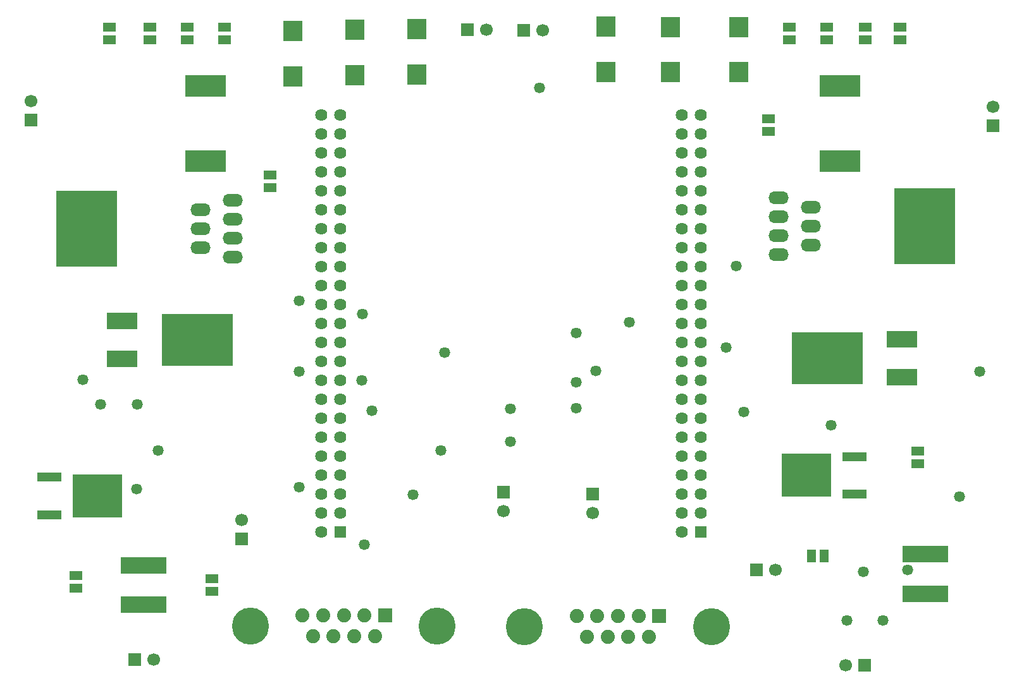
<source format=gbs>
%FSLAX44Y44*%
%MOMM*%
G71*
G01*
G75*
G04 Layer_Color=16711935*
%ADD10O,1.9500X0.6000*%
%ADD11R,1.5000X1.0000*%
%ADD12R,1.0000X1.5000*%
%ADD13R,0.8000X1.2000*%
%ADD14R,1.2000X0.6000*%
%ADD15R,2.2000X1.2000*%
%ADD16R,3.0500X1.1000*%
%ADD17R,6.5000X5.5500*%
%ADD18R,1.1000X3.0500*%
%ADD19R,5.5500X6.5000*%
%ADD20R,1.1000X1.3500*%
%ADD21R,1.3500X1.1000*%
%ADD22R,1.2500X1.4500*%
%ADD23R,1.4500X1.2500*%
%ADD24R,1.5000X1.2000*%
%ADD25R,1.5000X1.0000*%
%ADD26C,1.0000*%
%ADD27C,0.6000*%
%ADD28C,1.5000*%
%ADD29C,0.8000*%
%ADD30C,0.4000*%
%ADD31C,0.3000*%
%ADD32C,0.2000*%
%ADD33R,1.5000X1.5000*%
%ADD34C,1.5000*%
%ADD35R,1.5000X1.5000*%
%ADD36R,1.5240X1.5240*%
%ADD37C,1.5240*%
%ADD38C,4.7600*%
%ADD39R,1.6900X1.6900*%
%ADD40C,1.6900*%
%ADD41O,2.5000X1.5000*%
%ADD42C,0.7000*%
%ADD43C,1.2700*%
%ADD44R,5.3000X2.8000*%
%ADD45R,6.0000X2.1000*%
%ADD46R,3.9500X2.0500*%
%ADD47R,9.4000X6.8000*%
%ADD48R,2.4500X2.5500*%
%ADD49R,8.0000X10.0000*%
%ADD50C,0.5000*%
%ADD51C,0.2500*%
%ADD52C,0.2540*%
%ADD53C,0.0254*%
%ADD54C,0.1000*%
%ADD55C,0.1540*%
%ADD56C,0.1500*%
%ADD57O,2.1500X0.8000*%
%ADD58R,1.7000X1.2000*%
%ADD59R,1.2000X1.7000*%
%ADD60R,1.0000X1.4000*%
%ADD61R,1.4000X0.8000*%
%ADD62R,2.4000X1.4000*%
%ADD63R,3.2500X1.3000*%
%ADD64R,6.7000X5.7500*%
%ADD65R,1.3000X3.2500*%
%ADD66R,5.7500X6.7000*%
%ADD67R,1.3000X1.5500*%
%ADD68R,1.5500X1.3000*%
%ADD69R,1.4500X1.6500*%
%ADD70R,1.6500X1.4500*%
%ADD71R,1.7000X1.4000*%
%ADD72R,1.7000X1.2000*%
%ADD73R,1.7000X1.7000*%
%ADD74C,1.7000*%
%ADD75R,1.7000X1.7000*%
%ADD76R,1.6256X1.6256*%
%ADD77C,1.6256*%
%ADD78C,4.9600*%
%ADD79R,1.8900X1.8900*%
%ADD80C,1.8900*%
%ADD81O,2.7000X1.7000*%
%ADD82C,0.9000*%
%ADD83C,1.4700*%
%ADD84R,5.5000X3.0000*%
%ADD85R,6.2000X2.3000*%
%ADD86R,4.1500X2.2500*%
%ADD87R,9.6000X7.0000*%
%ADD88R,2.6500X2.7500*%
%ADD89R,8.2000X10.2000*%
D58*
X139000Y967500D02*
D03*
Y950500D02*
D03*
X1197000Y951000D02*
D03*
Y968000D02*
D03*
X276250Y228250D02*
D03*
Y211250D02*
D03*
X1221250Y382500D02*
D03*
Y399500D02*
D03*
X193000Y967500D02*
D03*
Y950500D02*
D03*
X1151000Y951000D02*
D03*
Y968000D02*
D03*
X94000Y216000D02*
D03*
Y233000D02*
D03*
X243000Y950500D02*
D03*
Y967500D02*
D03*
X1099000Y968000D02*
D03*
Y951000D02*
D03*
X293250Y967500D02*
D03*
Y950500D02*
D03*
X1049000Y951000D02*
D03*
Y968000D02*
D03*
X1021000Y827750D02*
D03*
Y844750D02*
D03*
X354250Y769250D02*
D03*
Y752250D02*
D03*
D59*
X1095500Y259000D02*
D03*
X1078500D02*
D03*
D63*
X58250Y313960D02*
D03*
Y364540D02*
D03*
X1136000Y341710D02*
D03*
Y392290D02*
D03*
D64*
X122750Y339250D02*
D03*
X1071500Y367000D02*
D03*
D73*
X693000Y963500D02*
D03*
X617750Y964250D02*
D03*
X1005000Y240250D02*
D03*
X1150000Y112500D02*
D03*
X172750Y120000D02*
D03*
D74*
X718400Y963500D02*
D03*
X643150Y964250D02*
D03*
X666000Y319100D02*
D03*
X1322000Y860650D02*
D03*
X33500Y868900D02*
D03*
X1030400Y240250D02*
D03*
X315500Y307150D02*
D03*
X785500Y316600D02*
D03*
X1124600Y112500D02*
D03*
X198150Y120000D02*
D03*
D75*
X666000Y344500D02*
D03*
X1322000Y835250D02*
D03*
X33500Y843500D02*
D03*
X315500Y281750D02*
D03*
X785500Y342000D02*
D03*
D76*
X447794Y290753D02*
D03*
X930620Y290780D02*
D03*
D77*
X422394Y290753D02*
D03*
X447794Y493953D02*
D03*
X422394Y468553D02*
D03*
X447794D02*
D03*
Y417753D02*
D03*
X422394Y443153D02*
D03*
Y417753D02*
D03*
X447794Y519353D02*
D03*
Y443153D02*
D03*
X422394Y493953D02*
D03*
Y595553D02*
D03*
X447794Y392353D02*
D03*
Y366953D02*
D03*
X422394D02*
D03*
Y392353D02*
D03*
Y620953D02*
D03*
X447794D02*
D03*
Y646353D02*
D03*
X422394D02*
D03*
X447794Y849553D02*
D03*
X422394Y824153D02*
D03*
X447794Y798753D02*
D03*
X422394D02*
D03*
X447794Y773353D02*
D03*
X422394D02*
D03*
Y747953D02*
D03*
Y722553D02*
D03*
Y697153D02*
D03*
X447794Y722553D02*
D03*
Y697153D02*
D03*
Y671753D02*
D03*
X422394D02*
D03*
X447794Y341553D02*
D03*
X422394D02*
D03*
Y519353D02*
D03*
X447794Y595553D02*
D03*
X422394Y570153D02*
D03*
X447794Y747953D02*
D03*
X422394Y849553D02*
D03*
X447794Y824153D02*
D03*
Y544753D02*
D03*
Y570153D02*
D03*
X422394Y544753D02*
D03*
X447794Y316153D02*
D03*
X422394D02*
D03*
X905220Y290780D02*
D03*
X930620Y493980D02*
D03*
X905220Y468580D02*
D03*
X930620D02*
D03*
Y417780D02*
D03*
X905220Y443180D02*
D03*
Y417780D02*
D03*
X930620Y519380D02*
D03*
Y443180D02*
D03*
X905220Y493980D02*
D03*
Y595580D02*
D03*
X930620Y392380D02*
D03*
Y366980D02*
D03*
X905220D02*
D03*
Y392380D02*
D03*
Y620980D02*
D03*
X930620D02*
D03*
Y646380D02*
D03*
X905220D02*
D03*
X930620Y849580D02*
D03*
X905220Y824180D02*
D03*
X930620Y798780D02*
D03*
X905220D02*
D03*
X930620Y773380D02*
D03*
X905220D02*
D03*
Y747980D02*
D03*
Y722580D02*
D03*
Y697180D02*
D03*
X930620Y722580D02*
D03*
Y697180D02*
D03*
Y671780D02*
D03*
X905220D02*
D03*
X930620Y341580D02*
D03*
X905220D02*
D03*
Y519380D02*
D03*
X930620Y595580D02*
D03*
X905220Y570180D02*
D03*
X930620Y747980D02*
D03*
X905220Y849580D02*
D03*
X930620Y824180D02*
D03*
Y544780D02*
D03*
Y570180D02*
D03*
X905220Y544780D02*
D03*
X930620Y316180D02*
D03*
X905220D02*
D03*
D78*
X327800Y165250D02*
D03*
X577700D02*
D03*
X694550Y164500D02*
D03*
X944450D02*
D03*
D79*
X508150Y179450D02*
D03*
X874900Y178700D02*
D03*
D80*
X494300Y151050D02*
D03*
X480450Y179450D02*
D03*
X466600Y151050D02*
D03*
X452750Y179450D02*
D03*
X438900Y151050D02*
D03*
X425050Y179450D02*
D03*
X411200Y151050D02*
D03*
X397350Y179450D02*
D03*
X861050Y150300D02*
D03*
X847200Y178700D02*
D03*
X833350Y150300D02*
D03*
X819500Y178700D02*
D03*
X805650Y150300D02*
D03*
X791800Y178700D02*
D03*
X777950Y150300D02*
D03*
X764100Y178700D02*
D03*
D81*
X303580Y659150D02*
D03*
Y684550D02*
D03*
Y709950D02*
D03*
Y735350D02*
D03*
X260400Y722650D02*
D03*
Y671850D02*
D03*
Y697250D02*
D03*
X1077850Y700750D02*
D03*
Y726150D02*
D03*
Y675350D02*
D03*
X1034670Y662650D02*
D03*
Y688050D02*
D03*
Y713450D02*
D03*
Y738850D02*
D03*
D82*
X84500Y727500D02*
D03*
X107750Y728250D02*
D03*
X131500D02*
D03*
X84750Y697250D02*
D03*
X108000D02*
D03*
X131250D02*
D03*
X85500Y667750D02*
D03*
X109000Y667000D02*
D03*
X131250Y666750D02*
D03*
X1230250Y700750D02*
D03*
X1254750D02*
D03*
X1206250D02*
D03*
X1207000Y671500D02*
D03*
X1230500Y670750D02*
D03*
X1255250Y670000D02*
D03*
X1231250Y732000D02*
D03*
X1254500Y731750D02*
D03*
X1207000Y732000D02*
D03*
D83*
X763250Y491500D02*
D03*
X763500Y457250D02*
D03*
X175250Y348750D02*
D03*
X763500Y557500D02*
D03*
X1304000Y506000D02*
D03*
X1207000Y240000D02*
D03*
X978000Y647750D02*
D03*
X1125750Y172250D02*
D03*
X1147750Y237500D02*
D03*
X480250Y274500D02*
D03*
X477250Y583250D02*
D03*
X714500Y886250D02*
D03*
X103250Y495000D02*
D03*
X204250Y400750D02*
D03*
X490500Y453750D02*
D03*
X126750Y462000D02*
D03*
X587250Y531500D02*
D03*
X476250Y494750D02*
D03*
X675250Y412000D02*
D03*
Y456000D02*
D03*
X789750Y507000D02*
D03*
X834500Y572500D02*
D03*
X1174250Y172750D02*
D03*
X1276750Y338750D02*
D03*
X393250Y351000D02*
D03*
Y601250D02*
D03*
X988250Y452000D02*
D03*
X963925Y538364D02*
D03*
X582750Y400500D02*
D03*
X545000Y341000D02*
D03*
X1105250Y434500D02*
D03*
X176250Y462000D02*
D03*
X392750Y506000D02*
D03*
D84*
X267500Y787750D02*
D03*
Y888750D02*
D03*
X1116750Y888750D02*
D03*
Y787750D02*
D03*
D85*
X184500Y246500D02*
D03*
Y193500D02*
D03*
X1231250Y208500D02*
D03*
Y261500D02*
D03*
D86*
X155750Y523000D02*
D03*
Y574000D02*
D03*
X1200000Y549750D02*
D03*
Y498750D02*
D03*
D87*
X256250Y548500D02*
D03*
X1099500Y524250D02*
D03*
D88*
X550500Y964750D02*
D03*
Y904250D02*
D03*
X467250Y964000D02*
D03*
Y903500D02*
D03*
X384500Y901750D02*
D03*
Y962250D02*
D03*
X981000Y907500D02*
D03*
Y968000D02*
D03*
X890000Y907500D02*
D03*
Y968000D02*
D03*
X803500Y968250D02*
D03*
Y907750D02*
D03*
D89*
X108000Y697250D02*
D03*
X1230250Y700750D02*
D03*
M02*

</source>
